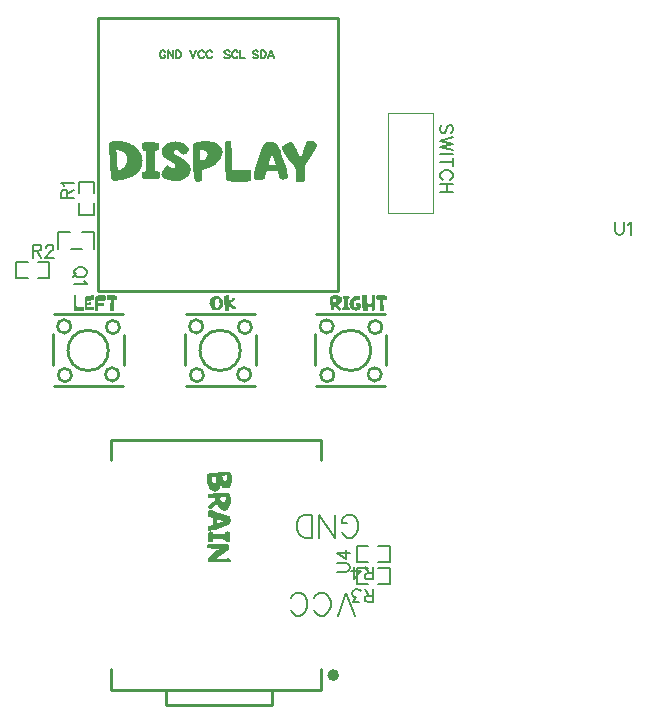
<source format=gto>
G04 Layer: TopSilkscreenLayer*
G04 EasyEDA v6.5.54, 2026-02-22 20:23:12*
G04 8aabf25695d44ce6b75903a6ff613cb9,b016eb778fe0479d964383eb0b581ccc,10*
G04 Gerber Generator version 0.2*
G04 Scale: 100 percent, Rotated: No, Reflected: No *
G04 Dimensions in millimeters *
G04 leading zeros omitted , absolute positions ,4 integer and 5 decimal *
%FSLAX45Y45*%
%MOMM*%

%ADD10C,0.2032*%
%ADD11C,0.1524*%
%ADD12C,0.2540*%
%ADD13C,0.1000*%
%ADD14C,0.5000*%
%ADD15C,0.0120*%

%LPD*%
G36*
X9861296Y6749542D02*
G01*
X9841839Y6749288D01*
X9820554Y6748475D01*
X9797389Y6747103D01*
X9772396Y6745224D01*
X9741509Y6742531D01*
X9717887Y6739788D01*
X9708794Y6738467D01*
X9700260Y6736892D01*
X9697720Y6736130D01*
X9695383Y6734860D01*
X9694468Y6733997D01*
X9693148Y6731762D01*
X9691928Y6727444D01*
X9691065Y6723075D01*
X9690654Y6719824D01*
X9821164Y6719824D01*
X9863074Y6721602D01*
X9863582Y6710172D01*
X9862413Y6695338D01*
X9859010Y6685280D01*
X9856622Y6681825D01*
X9853980Y6679387D01*
X9851136Y6677914D01*
X9848088Y6677406D01*
X9843922Y6678117D01*
X9839756Y6680250D01*
X9835642Y6683857D01*
X9831578Y6688836D01*
X9824923Y6702298D01*
X9821164Y6719824D01*
X9690654Y6719824D01*
X9690354Y6714236D01*
X9690784Y6702552D01*
X9733026Y6702552D01*
X9733280Y6709664D01*
X9749282Y6710172D01*
X9768078Y6711188D01*
X9769195Y6698792D01*
X9769602Y6688074D01*
X9768586Y6672275D01*
X9765538Y6661403D01*
X9763404Y6657848D01*
X9761118Y6655308D01*
X9758578Y6653784D01*
X9755886Y6653275D01*
X9753346Y6653682D01*
X9750755Y6654850D01*
X9748113Y6656831D01*
X9745472Y6659625D01*
X9742932Y6662978D01*
X9740595Y6666992D01*
X9738461Y6671614D01*
X9736582Y6676898D01*
X9733940Y6688886D01*
X9733026Y6702552D01*
X9690784Y6702552D01*
X9692182Y6686042D01*
X9693402Y6676542D01*
X9694926Y6666992D01*
X9696856Y6657543D01*
X9699294Y6648196D01*
X9702292Y6639001D01*
X9705848Y6629908D01*
X9711131Y6619087D01*
X9716922Y6609638D01*
X9723069Y6601663D01*
X9729724Y6595109D01*
X9743694Y6586321D01*
X9758172Y6583425D01*
X9773513Y6586931D01*
X9788144Y6597396D01*
X9794748Y6605270D01*
X9800590Y6614922D01*
X9805670Y6626352D01*
X9809988Y6639559D01*
X9821062Y6627469D01*
X9832543Y6618782D01*
X9844328Y6613601D01*
X9856470Y6611874D01*
X9860635Y6612077D01*
X9864750Y6612636D01*
X9868763Y6613601D01*
X9872726Y6614922D01*
X9876536Y6616649D01*
X9880092Y6618782D01*
X9883394Y6621373D01*
X9886442Y6624320D01*
X9889998Y6628638D01*
X9892995Y6633260D01*
X9895433Y6638188D01*
X9897364Y6643370D01*
X9899802Y6653225D01*
X9901529Y6664452D01*
X9902596Y6677101D01*
X9902952Y6691122D01*
X9902545Y6707581D01*
X9901377Y6721246D01*
X9899446Y6732168D01*
X9896754Y6740245D01*
X9893249Y6745528D01*
X9888982Y6748018D01*
X9877348Y6749186D01*
G37*
G36*
X9848342Y6574790D02*
G01*
X9826548Y6574485D01*
X9803079Y6573570D01*
X9777984Y6571996D01*
X9753396Y6570014D01*
X9731451Y6567830D01*
X9712198Y6565392D01*
X9707524Y6564071D01*
X9705695Y6563004D01*
X9704882Y6562293D01*
X9703816Y6560312D01*
X9702292Y6554368D01*
X9701885Y6551269D01*
X9701834Y6545681D01*
X9702342Y6540906D01*
X9702800Y6538468D01*
X9704313Y6534150D01*
X9799828Y6534150D01*
X9810597Y6535521D01*
X9823196Y6536690D01*
X9835946Y6537452D01*
X9847326Y6537706D01*
X9853422Y6537452D01*
X9850272Y6519570D01*
X9845294Y6506972D01*
X9842144Y6502755D01*
X9838791Y6499758D01*
X9835286Y6497929D01*
X9831578Y6497320D01*
X9827463Y6497929D01*
X9823297Y6499758D01*
X9819081Y6502755D01*
X9814814Y6506972D01*
X9806889Y6518605D01*
X9799828Y6534150D01*
X9704313Y6534150D01*
X9705441Y6532067D01*
X9707880Y6528765D01*
X9709404Y6527698D01*
X9711182Y6526987D01*
X9713214Y6526784D01*
X9722866Y6526885D01*
X9734194Y6527495D01*
X9744202Y6528409D01*
X9757410Y6529070D01*
X9759340Y6520281D01*
X9761474Y6511798D01*
X9745827Y6500164D01*
X9729978Y6487668D01*
X9715703Y6475425D01*
X9704832Y6465062D01*
X9701784Y6460998D01*
X9701022Y6458762D01*
X9700768Y6456172D01*
X9701072Y6453479D01*
X9701784Y6450990D01*
X9702850Y6448653D01*
X9706000Y6444538D01*
X9714230Y6436360D01*
X9717024Y6434836D01*
X9719818Y6434328D01*
X9723323Y6434836D01*
X9726676Y6436360D01*
X9745370Y6450584D01*
X9775952Y6475476D01*
X9783216Y6463436D01*
X9790988Y6452870D01*
X9799320Y6443878D01*
X9808210Y6436360D01*
X9817201Y6430568D01*
X9826040Y6426454D01*
X9834829Y6423964D01*
X9843516Y6423152D01*
X9860737Y6427165D01*
X9873742Y6436614D01*
X9882987Y6450634D01*
X9888982Y6468364D01*
X9890861Y6478168D01*
X9892233Y6488379D01*
X9893046Y6498894D01*
X9893300Y6509766D01*
X9893046Y6522212D01*
X9892284Y6533845D01*
X9891014Y6544665D01*
X9889236Y6554724D01*
X9888423Y6558178D01*
X9887254Y6561531D01*
X9885781Y6564680D01*
X9883902Y6567678D01*
X9881717Y6570167D01*
X9879126Y6572046D01*
X9876231Y6573367D01*
X9872980Y6574028D01*
X9861499Y6574586D01*
G37*
G36*
X9716008Y6427470D02*
G01*
X9711893Y6427165D01*
X9708540Y6426200D01*
X9705797Y6424625D01*
X9703816Y6422390D01*
X9702495Y6419240D01*
X9701530Y6414922D01*
X9700971Y6409334D01*
X9700768Y6402578D01*
X9700869Y6395059D01*
X9701580Y6384391D01*
X9702342Y6378803D01*
X9703003Y6375806D01*
X9704019Y6374434D01*
X9705594Y6373368D01*
X9708134Y6372098D01*
X9716058Y6369558D01*
X9734346Y6364884D01*
X9744202Y6361430D01*
X9744249Y6352286D01*
X9774174Y6352286D01*
X9803079Y6343853D01*
X9832340Y6335776D01*
X9818522Y6330137D01*
X9804603Y6324955D01*
X9790480Y6320231D01*
X9776206Y6315964D01*
X9775952Y6325565D01*
X9774326Y6347968D01*
X9774174Y6352286D01*
X9744249Y6352286D01*
X9745218Y6306058D01*
X9735820Y6303365D01*
X9711436Y6297168D01*
X9703816Y6291072D01*
X9701276Y6278372D01*
X9704425Y6260846D01*
X9712452Y6254496D01*
X9721240Y6255054D01*
X9732314Y6256731D01*
X9745726Y6259474D01*
X9761474Y6263386D01*
X9783927Y6269685D01*
X9805974Y6276492D01*
X9827514Y6283706D01*
X9842449Y6289090D01*
X9854996Y6294069D01*
X9865207Y6298590D01*
X9872980Y6302756D01*
X9876790Y6305397D01*
X9880142Y6308140D01*
X9883038Y6311087D01*
X9885426Y6314186D01*
X9887305Y6317335D01*
X9888829Y6320688D01*
X9890099Y6324193D01*
X9891014Y6327902D01*
X9892131Y6336131D01*
X9892538Y6345174D01*
X9892233Y6352286D01*
X9891268Y6359398D01*
X9890353Y6362852D01*
X9889083Y6366154D01*
X9887559Y6369202D01*
X9885680Y6372098D01*
X9883394Y6374739D01*
X9880650Y6377127D01*
X9877450Y6379210D01*
X9873742Y6380988D01*
X9850831Y6389776D01*
X9825786Y6398615D01*
X9798558Y6407404D01*
X9771075Y6415481D01*
X9757968Y6418986D01*
X9732975Y6424828D01*
X9721088Y6427216D01*
G37*
G36*
X9726168Y6247892D02*
G01*
X9722358Y6247688D01*
X9718548Y6247130D01*
X9714738Y6246164D01*
X9710928Y6244844D01*
X9709200Y6243828D01*
X9707727Y6242558D01*
X9706660Y6241034D01*
X9705848Y6239256D01*
X9704882Y6235242D01*
X9704222Y6219545D01*
X9704070Y6204966D01*
X9704425Y6168034D01*
X9705187Y6163818D01*
X9705848Y6161786D01*
X9708032Y6158331D01*
X9711893Y6155893D01*
X9717328Y6154420D01*
X9724390Y6153912D01*
X9727692Y6154064D01*
X9730943Y6154623D01*
X9734143Y6155486D01*
X9737344Y6156706D01*
X9738969Y6157722D01*
X9740290Y6158992D01*
X9741255Y6160516D01*
X9742373Y6164224D01*
X9742881Y6168288D01*
X9742932Y6182106D01*
X9760508Y6181801D01*
X9778238Y6180836D01*
X9794697Y6180531D01*
X9817608Y6179159D01*
X9840163Y6178854D01*
X9848088Y6178296D01*
X9848850Y6172708D01*
X9849104Y6168796D01*
X9849866Y6165088D01*
X9850628Y6163462D01*
X9851694Y6162090D01*
X9853066Y6161024D01*
X9854692Y6160262D01*
X9859010Y6159246D01*
X9863378Y6158534D01*
X9872218Y6157976D01*
X9881362Y6158484D01*
X9883140Y6159042D01*
X9884714Y6159957D01*
X9886086Y6161176D01*
X9887204Y6162802D01*
X9888626Y6167628D01*
X9889693Y6175959D01*
X9890302Y6187795D01*
X9890506Y6203188D01*
X9890201Y6225387D01*
X9888982Y6239510D01*
X9888372Y6241186D01*
X9887102Y6242608D01*
X9885070Y6243828D01*
X9882378Y6244844D01*
X9875977Y6246368D01*
X9868916Y6246876D01*
X9864293Y6246672D01*
X9860076Y6246114D01*
X9856317Y6245148D01*
X9852914Y6243828D01*
X9850120Y6241897D01*
X9848088Y6239510D01*
X9846818Y6236614D01*
X9846310Y6233160D01*
X9846564Y6223508D01*
X9819132Y6224473D01*
X9791700Y6224778D01*
X9749028Y6224524D01*
X9743186Y6224270D01*
X9742220Y6235547D01*
X9741408Y6240272D01*
X9740544Y6242354D01*
X9739325Y6244082D01*
X9737648Y6245402D01*
X9735566Y6246368D01*
X9730943Y6247536D01*
G37*
G36*
X9828784Y6144768D02*
G01*
X9807397Y6144564D01*
X9784638Y6143853D01*
X9760458Y6142736D01*
X9743135Y6141567D01*
X9715855Y6139027D01*
X9704476Y6137402D01*
X9700514Y6136386D01*
X9698228Y6135065D01*
X9696450Y6133084D01*
X9695027Y6130137D01*
X9693960Y6127140D01*
X9693351Y6124041D01*
X9693148Y6120892D01*
X9693503Y6115558D01*
X9694570Y6111290D01*
X9696297Y6108090D01*
X9698736Y6105906D01*
X9704171Y6104432D01*
X9715195Y6103213D01*
X9731756Y6102400D01*
X9765538Y6101638D01*
X9788906Y6100622D01*
X9800590Y6099810D01*
X9789414Y6093561D01*
X9777476Y6086195D01*
X9764776Y6077813D01*
X9751314Y6068314D01*
X9738004Y6058509D01*
X9726015Y6048857D01*
X9715398Y6039459D01*
X9706102Y6030214D01*
X9702647Y6025438D01*
X9700209Y6020460D01*
X9698736Y6015278D01*
X9698228Y6009894D01*
X9698532Y6005931D01*
X9699447Y6002070D01*
X9700920Y5998413D01*
X9703054Y5994908D01*
X9704933Y5993028D01*
X9707067Y5991504D01*
X9709404Y5990234D01*
X9711944Y5989320D01*
X9717074Y5988354D01*
X9722358Y5988050D01*
X9743998Y5987491D01*
X9765792Y5987288D01*
X9803130Y5987542D01*
X9821164Y5987338D01*
X9848799Y5986424D01*
X9870135Y5986068D01*
X9883292Y5986068D01*
X9887458Y5986526D01*
X9888982Y5987034D01*
X9890302Y5987796D01*
X9891420Y5988812D01*
X9892284Y5990082D01*
X9893452Y5994755D01*
X9893808Y5999734D01*
X9893249Y6006693D01*
X9891572Y6012027D01*
X9888829Y6015837D01*
X9884918Y6018022D01*
X9880041Y6019139D01*
X9875012Y6019546D01*
X9834168Y6018022D01*
X9809226Y6017564D01*
X9782048Y6017564D01*
X9767316Y6017768D01*
X9806228Y6042304D01*
X9864090Y6079744D01*
X9868712Y6082995D01*
X9872980Y6086602D01*
X9874859Y6088735D01*
X9876485Y6091123D01*
X9877806Y6093714D01*
X9878822Y6096508D01*
X9879990Y6102400D01*
X9880346Y6108446D01*
X9880193Y6113272D01*
X9879736Y6118047D01*
X9878923Y6122771D01*
X9877806Y6127496D01*
X9875875Y6133185D01*
X9873183Y6137656D01*
X9869678Y6140805D01*
X9865360Y6142736D01*
X9850526Y6144260D01*
G37*
G36*
X10555224Y9555988D02*
G01*
X10552074Y9555734D01*
X10549026Y9554972D01*
X10545978Y9553702D01*
X10543032Y9551924D01*
X10538714Y9547047D01*
X10534904Y9541510D01*
X10528452Y9528352D01*
X10521696Y9510776D01*
X10507726Y9468866D01*
X10503560Y9455302D01*
X10495483Y9431629D01*
X10491571Y9421571D01*
X10487812Y9412630D01*
X10484104Y9404858D01*
X10478668Y9414662D01*
X10467848Y9436354D01*
X10462412Y9448190D01*
X10444632Y9490202D01*
X10438384Y9504172D01*
X10432796Y9515906D01*
X10427868Y9525406D01*
X10423652Y9532670D01*
X10420096Y9537700D01*
X10416641Y9540951D01*
X10412730Y9543389D01*
X10408310Y9545015D01*
X10403332Y9545828D01*
X10391190Y9543999D01*
X10377678Y9538462D01*
X10364012Y9531248D01*
X10341864Y9518142D01*
X10335717Y9514281D01*
X10329926Y9509760D01*
X10327386Y9507169D01*
X10325557Y9504222D01*
X10324439Y9500971D01*
X10324084Y9497314D01*
X10325608Y9490862D01*
X10328503Y9483293D01*
X10332770Y9474504D01*
X10338409Y9464598D01*
X10345420Y9453473D01*
X10353802Y9441180D01*
X10381640Y9403130D01*
X10431526Y9337852D01*
X10439349Y9327235D01*
X10445242Y9318752D01*
X10445038Y9286036D01*
X10444124Y9252305D01*
X10443972Y9234678D01*
X10444226Y9218930D01*
X10444530Y9216745D01*
X10445242Y9214713D01*
X10446308Y9212935D01*
X10447782Y9211310D01*
X10449610Y9209887D01*
X10453522Y9207754D01*
X10455656Y9206992D01*
X10468356Y9204502D01*
X10481056Y9203690D01*
X10489488Y9204096D01*
X10498582Y9205214D01*
X10503255Y9206280D01*
X10507522Y9207703D01*
X10511485Y9209430D01*
X10515092Y9211564D01*
X10518089Y9214053D01*
X10520222Y9216948D01*
X10521543Y9220301D01*
X10521950Y9224772D01*
X10520984Y9247530D01*
X10520375Y9270847D01*
X10520172Y9294622D01*
X10520426Y9316110D01*
X10521188Y9334754D01*
X10526623Y9345218D01*
X10532770Y9356445D01*
X10547248Y9381286D01*
X10578896Y9431832D01*
X10592155Y9453778D01*
X10604500Y9474962D01*
X10612374Y9489694D01*
X10618266Y9502648D01*
X10622178Y9513824D01*
X10624058Y9523222D01*
X10622381Y9531197D01*
X10617352Y9538208D01*
X10608919Y9544151D01*
X10597134Y9549130D01*
X10586872Y9551924D01*
X10576509Y9554006D01*
X10565942Y9555378D01*
G37*
G36*
X9872726Y9555734D02*
G01*
X9865004Y9555226D01*
X9861194Y9554616D01*
X9857486Y9553702D01*
X9855047Y9552533D01*
X9853015Y9550958D01*
X9851491Y9549079D01*
X9850374Y9546844D01*
X9848900Y9542018D01*
X9848088Y9537192D01*
X9846513Y9513570D01*
X9845395Y9488728D01*
X9844735Y9462668D01*
X9844532Y9435338D01*
X9844684Y9409430D01*
X9845141Y9383725D01*
X9845903Y9358325D01*
X9846919Y9333179D01*
X9848291Y9308287D01*
X9849967Y9283700D01*
X9851898Y9259316D01*
X9852761Y9245650D01*
X9855454Y9230614D01*
X9857536Y9224314D01*
X9860381Y9219387D01*
X9864140Y9215780D01*
X9868662Y9213596D01*
X9878161Y9212173D01*
X9888829Y9210903D01*
X9913620Y9209024D01*
X9942931Y9207855D01*
X9976866Y9207500D01*
X10004044Y9207804D01*
X10028326Y9208617D01*
X10049764Y9210040D01*
X10054894Y9211310D01*
X10059111Y9213545D01*
X10062362Y9216745D01*
X10064750Y9220962D01*
X10066528Y9225686D01*
X10067798Y9230410D01*
X10068560Y9235186D01*
X10068814Y9240012D01*
X10068814Y9256014D01*
X10068458Y9267393D01*
X10067493Y9278670D01*
X10065816Y9289897D01*
X10063480Y9300972D01*
X10061397Y9305086D01*
X10057892Y9308033D01*
X10053015Y9309760D01*
X10046716Y9310370D01*
X10015626Y9309252D01*
X9985248Y9307322D01*
X9954361Y9305645D01*
X9926675Y9304629D01*
X9902190Y9304274D01*
X9901326Y9325152D01*
X9900818Y9348063D01*
X9900666Y9373108D01*
X9900869Y9447326D01*
X9900615Y9473082D01*
X9899192Y9523171D01*
X9898430Y9538106D01*
X9897414Y9543440D01*
X9896602Y9546082D01*
X9895484Y9548520D01*
X9893808Y9550603D01*
X9891674Y9552228D01*
X9888982Y9553448D01*
X9884918Y9554464D01*
X9880854Y9555175D01*
G37*
G36*
X8936736Y9552432D02*
G01*
X8922461Y9552127D01*
X8907526Y9551162D01*
X8899144Y9550146D01*
X8882634Y9547606D01*
X8871204Y9542526D01*
X8864549Y9531705D01*
X8862314Y9512046D01*
X8863962Y9473946D01*
X8929370Y9473946D01*
X8943492Y9473285D01*
X8956497Y9471253D01*
X8968282Y9467951D01*
X8978900Y9463278D01*
X8988298Y9457639D01*
X8996476Y9451187D01*
X9003436Y9443923D01*
X9009126Y9435846D01*
X9013444Y9427057D01*
X9016542Y9418015D01*
X9018422Y9408668D01*
X9019032Y9399016D01*
X9017812Y9385350D01*
X9014155Y9371787D01*
X9008008Y9358274D01*
X8999474Y9344914D01*
X8992311Y9336278D01*
X8983980Y9328302D01*
X8974531Y9320987D01*
X8963914Y9314332D01*
X8952179Y9308338D01*
X8939276Y9303004D01*
X8936431Y9327540D01*
X8934043Y9351721D01*
X8932113Y9375444D01*
X8929065Y9423146D01*
X8927033Y9448190D01*
X8924544Y9473946D01*
X8863962Y9473946D01*
X8867698Y9400387D01*
X8871051Y9350603D01*
X8873032Y9326016D01*
X8877198Y9282785D01*
X8879281Y9266326D01*
X8881567Y9252458D01*
X8883954Y9241129D01*
X8886545Y9232290D01*
X8889238Y9226042D01*
X8891574Y9223400D01*
X8894165Y9221266D01*
X8897162Y9219692D01*
X8900414Y9218676D01*
X8907322Y9217355D01*
X8910828Y9216999D01*
X8917940Y9216898D01*
X8933027Y9218218D01*
X8948369Y9220047D01*
X8963914Y9222536D01*
X8979662Y9225534D01*
X8990177Y9227870D01*
X9000591Y9230563D01*
X9010904Y9233509D01*
X9021114Y9236811D01*
X9031173Y9240418D01*
X9041130Y9244330D01*
X9055608Y9250832D01*
X9069374Y9258147D01*
X9082430Y9266326D01*
X9094724Y9275318D01*
X9106154Y9285224D01*
X9116314Y9296095D01*
X9125204Y9307931D01*
X9132824Y9320784D01*
X9137192Y9329928D01*
X9140748Y9339529D01*
X9143492Y9349689D01*
X9145473Y9360306D01*
X9146641Y9371431D01*
X9147048Y9388094D01*
X9146336Y9398508D01*
X9144863Y9408820D01*
X9142679Y9419031D01*
X9139732Y9429089D01*
X9136024Y9438995D01*
X9131554Y9448800D01*
X9126321Y9458350D01*
X9120378Y9467646D01*
X9113774Y9476536D01*
X9106509Y9485172D01*
X9098534Y9493402D01*
X9089898Y9501378D01*
X9080550Y9508998D01*
X9070543Y9516008D01*
X9059926Y9522510D01*
X9048699Y9528454D01*
X9036862Y9533890D01*
X9024366Y9538716D01*
X9014561Y9541916D01*
X9004401Y9544710D01*
X8993936Y9547098D01*
X8983167Y9548977D01*
X8972042Y9550501D01*
X8960612Y9551568D01*
X8948826Y9552228D01*
G37*
G36*
X9687052Y9550146D02*
G01*
X9667544Y9549892D01*
X9649917Y9549130D01*
X9634220Y9547910D01*
X9620402Y9546132D01*
X9608413Y9543897D01*
X9598355Y9541154D01*
X9590227Y9537903D01*
X9583928Y9534144D01*
X9579610Y9530232D01*
X9576358Y9525660D01*
X9574174Y9520326D01*
X9573006Y9514332D01*
X9572244Y9493758D01*
X9571998Y9468612D01*
X9633712Y9468612D01*
X9633966Y9479534D01*
X9650120Y9477095D01*
X9663938Y9473793D01*
X9675469Y9469729D01*
X9684766Y9464802D01*
X9696958Y9453168D01*
X9701022Y9440164D01*
X9697008Y9425381D01*
X9685020Y9410446D01*
X9676079Y9403029D01*
X9665512Y9396069D01*
X9653371Y9389567D01*
X9639554Y9383522D01*
X9637217Y9402521D01*
X9635236Y9424924D01*
X9634118Y9448038D01*
X9633712Y9468612D01*
X9571998Y9468612D01*
X9572193Y9447479D01*
X9572701Y9423247D01*
X9573615Y9398000D01*
X9576562Y9344406D01*
X9578441Y9317380D01*
X9582708Y9268409D01*
X9584994Y9246362D01*
X9587484Y9226042D01*
X9588652Y9221368D01*
X9589820Y9217660D01*
X9591446Y9214256D01*
X9592614Y9212834D01*
X9594088Y9211665D01*
X9595866Y9210802D01*
X9600844Y9209379D01*
X9605924Y9208312D01*
X9611004Y9207703D01*
X9616186Y9207500D01*
X9623958Y9207957D01*
X9631934Y9209278D01*
X9635947Y9210344D01*
X9639604Y9211767D01*
X9642957Y9213494D01*
X9645904Y9215628D01*
X9648444Y9218015D01*
X9650272Y9220809D01*
X9651390Y9224111D01*
X9651746Y9227820D01*
X9651593Y9245447D01*
X9651238Y9255506D01*
X9650628Y9265513D01*
X9649714Y9275572D01*
X9648647Y9291523D01*
X9647936Y9307322D01*
X9661956Y9310624D01*
X9675418Y9314332D01*
X9688322Y9318396D01*
X9700615Y9322866D01*
X9712452Y9327743D01*
X9723678Y9332976D01*
X9734346Y9338614D01*
X9744456Y9344660D01*
X9757054Y9353143D01*
X9768586Y9361982D01*
X9779050Y9371126D01*
X9788499Y9380677D01*
X9796830Y9390532D01*
X9804146Y9400794D01*
X9810343Y9411106D01*
X9815423Y9421317D01*
X9819386Y9431528D01*
X9822230Y9441637D01*
X9823907Y9451746D01*
X9824466Y9461754D01*
X9823602Y9473336D01*
X9821113Y9484410D01*
X9816896Y9495028D01*
X9811004Y9505188D01*
X9803231Y9514636D01*
X9793732Y9523069D01*
X9782403Y9530638D01*
X9769348Y9537192D01*
X9759594Y9540951D01*
X9748977Y9544050D01*
X9737547Y9546539D01*
X9725202Y9548368D01*
X9712045Y9549587D01*
X9697974Y9550146D01*
G37*
G36*
X9426448Y9549130D02*
G01*
X9411817Y9548469D01*
X9397593Y9546488D01*
X9383877Y9543135D01*
X9370568Y9538462D01*
X9358071Y9532569D01*
X9346844Y9525660D01*
X9336735Y9517583D01*
X9327896Y9508490D01*
X9320682Y9498431D01*
X9315500Y9487560D01*
X9312402Y9475825D01*
X9311386Y9463278D01*
X9311589Y9458350D01*
X9312148Y9453118D01*
X9314281Y9442958D01*
X9317278Y9433814D01*
X9321241Y9425686D01*
X9326118Y9418574D01*
X9337751Y9406483D01*
X9351264Y9396730D01*
X9365640Y9388906D01*
X9385808Y9379712D01*
X9396374Y9374479D01*
X9405772Y9369196D01*
X9409836Y9366300D01*
X9413392Y9363202D01*
X9416542Y9359900D01*
X9419082Y9356242D01*
X9420910Y9352178D01*
X9422028Y9347606D01*
X9422384Y9342628D01*
X9422130Y9338919D01*
X9421317Y9335465D01*
X9419945Y9332214D01*
X9418066Y9329166D01*
X9415576Y9326626D01*
X9412427Y9324797D01*
X9408566Y9323679D01*
X9404096Y9323324D01*
X9395714Y9324644D01*
X9386366Y9328607D01*
X9376054Y9335160D01*
X9363557Y9345422D01*
X9362236Y9346133D01*
X9360865Y9346539D01*
X9359392Y9346692D01*
X9349536Y9343339D01*
X9337802Y9333230D01*
X9331756Y9326321D01*
X9326067Y9318904D01*
X9320682Y9310827D01*
X9315704Y9302242D01*
X9308642Y9285681D01*
X9306306Y9271000D01*
X9306407Y9268307D01*
X9307322Y9263329D01*
X9308084Y9261094D01*
X9313570Y9253016D01*
X9320479Y9245803D01*
X9328708Y9239402D01*
X9338310Y9233916D01*
X9348724Y9229090D01*
X9359595Y9225026D01*
X9370923Y9221724D01*
X9382760Y9219184D01*
X9394545Y9217202D01*
X9405874Y9215729D01*
X9416643Y9214916D01*
X9426956Y9214612D01*
X9439402Y9215018D01*
X9451390Y9216237D01*
X9462820Y9218320D01*
X9473793Y9221165D01*
X9484258Y9224822D01*
X9494266Y9229344D01*
X9507931Y9237116D01*
X9520072Y9246057D01*
X9530537Y9256064D01*
X9539478Y9267190D01*
X9546488Y9278874D01*
X9551466Y9290862D01*
X9554464Y9303156D01*
X9555480Y9315704D01*
X9554667Y9326321D01*
X9552279Y9336836D01*
X9548317Y9347301D01*
X9542780Y9357614D01*
X9535414Y9367469D01*
X9526219Y9376714D01*
X9515195Y9385401D01*
X9502394Y9393428D01*
X9444024Y9425990D01*
X9434068Y9431274D01*
X9428937Y9434322D01*
X9424568Y9437573D01*
X9420809Y9441027D01*
X9417812Y9444736D01*
X9415475Y9448647D01*
X9413798Y9452406D01*
X9412833Y9456115D01*
X9412478Y9459722D01*
X9412833Y9463379D01*
X9413900Y9466783D01*
X9415627Y9469882D01*
X9418066Y9472676D01*
X9421368Y9475012D01*
X9425381Y9476689D01*
X9430105Y9477654D01*
X9435592Y9478010D01*
X9441738Y9476994D01*
X9448647Y9473844D01*
X9456369Y9468662D01*
X9464852Y9461398D01*
X9474098Y9452102D01*
X9484106Y9440672D01*
X9485731Y9439351D01*
X9487458Y9438386D01*
X9489389Y9437827D01*
X9491472Y9437624D01*
X9495840Y9438132D01*
X9500565Y9439656D01*
X9505594Y9442196D01*
X9511030Y9445752D01*
X9521545Y9454642D01*
X9530842Y9465056D01*
X9534499Y9470542D01*
X9537141Y9475825D01*
X9538716Y9480956D01*
X9539224Y9485884D01*
X9538919Y9488881D01*
X9538106Y9491726D01*
X9536633Y9494469D01*
X9527641Y9505696D01*
X9520123Y9513519D01*
X9512147Y9520529D01*
X9503714Y9526727D01*
X9494774Y9532112D01*
X9485376Y9536684D01*
X9470847Y9542119D01*
X9456166Y9546031D01*
X9441383Y9548368D01*
G37*
G36*
X10225532Y9544812D02*
G01*
X10219537Y9544659D01*
X10213594Y9544253D01*
X10207650Y9543542D01*
X10201656Y9542526D01*
X10195966Y9541103D01*
X10190581Y9539071D01*
X10185552Y9536531D01*
X10180828Y9533382D01*
X10172293Y9525000D01*
X10165588Y9513570D01*
X10156952Y9491065D01*
X10148214Y9467291D01*
X10139476Y9442196D01*
X10130739Y9415780D01*
X10121900Y9388094D01*
X10109954Y9347708D01*
X10213594Y9347708D01*
X10220756Y9371685D01*
X10234472Y9420047D01*
X10241026Y9444482D01*
X10250525Y9421469D01*
X10259161Y9398203D01*
X10267035Y9374632D01*
X10274046Y9350756D01*
X10258094Y9350400D01*
X10227868Y9348368D01*
X10213594Y9347708D01*
X10109954Y9347708D01*
X10099446Y9307728D01*
X10093604Y9282938D01*
X10088626Y9259062D01*
X10088118Y9250680D01*
X10088676Y9243923D01*
X10090302Y9238284D01*
X10092994Y9233865D01*
X10096754Y9230614D01*
X10109403Y9226397D01*
X10130028Y9225026D01*
X10142372Y9225280D01*
X10154412Y9226042D01*
X10165130Y9227159D01*
X10172954Y9228582D01*
X10175697Y9229801D01*
X10176814Y9230715D01*
X10178643Y9233306D01*
X10180828Y9237472D01*
X10184892Y9250730D01*
X10192766Y9281210D01*
X10198608Y9297924D01*
X10234676Y9298330D01*
X10254894Y9298889D01*
X10290810Y9299194D01*
X10295178Y9283649D01*
X10299192Y9267952D01*
X10302189Y9255302D01*
X10305542Y9242806D01*
X10309199Y9235592D01*
X10315651Y9230410D01*
X10324846Y9227312D01*
X10336784Y9226296D01*
X10353751Y9227820D01*
X10366044Y9231426D01*
X10373715Y9237116D01*
X10376662Y9244838D01*
X10376255Y9254083D01*
X10374985Y9265107D01*
X10372902Y9277858D01*
X10370007Y9292386D01*
X10366248Y9308642D01*
X10358628Y9337852D01*
X10352379Y9360204D01*
X10338968Y9404197D01*
X10331805Y9425838D01*
X10322052Y9453626D01*
X10316260Y9468866D01*
X10310723Y9482378D01*
X10305592Y9494164D01*
X10300716Y9504222D01*
X10296144Y9512554D01*
X10287254Y9524238D01*
X10277348Y9532874D01*
X10266375Y9538868D01*
X10254234Y9542526D01*
X10240568Y9544253D01*
G37*
G36*
X9214358Y9541510D02*
G01*
X9193530Y9541408D01*
X9177223Y9541002D01*
X9165437Y9540392D01*
X9153652Y9538970D01*
X9151010Y9537903D01*
X9148622Y9535718D01*
X9146540Y9532467D01*
X9144762Y9528048D01*
X9143339Y9522815D01*
X9142272Y9517329D01*
X9141663Y9511538D01*
X9141460Y9505442D01*
X9142780Y9490760D01*
X9146794Y9478772D01*
X9149791Y9474200D01*
X9153702Y9470847D01*
X9158579Y9468713D01*
X9164320Y9467850D01*
X9180576Y9468358D01*
X9179560Y9445396D01*
X9178594Y9411004D01*
X9178290Y9364827D01*
X9178645Y9317380D01*
X9179052Y9296146D01*
X9174226Y9295485D01*
X9160510Y9294418D01*
X9156496Y9293758D01*
X9152636Y9292844D01*
X9149130Y9291574D01*
X9146286Y9289592D01*
X9144050Y9286900D01*
X9142476Y9283446D01*
X9141358Y9279585D01*
X9140545Y9275673D01*
X9140088Y9271711D01*
X9139936Y9267698D01*
X9141206Y9254794D01*
X9145016Y9242044D01*
X9146641Y9239148D01*
X9148673Y9236760D01*
X9151213Y9234932D01*
X9154160Y9233662D01*
X9157512Y9232747D01*
X9164472Y9231630D01*
X9176816Y9231172D01*
X9198406Y9230918D01*
X9269476Y9231122D01*
X9272930Y9231274D01*
X9276384Y9231833D01*
X9279890Y9232696D01*
X9283446Y9233916D01*
X9289135Y9237573D01*
X9293148Y9243872D01*
X9295587Y9252915D01*
X9296400Y9264650D01*
X9296095Y9270187D01*
X9295231Y9275622D01*
X9293809Y9281007D01*
X9291828Y9286240D01*
X9290100Y9288983D01*
X9287967Y9291218D01*
X9285376Y9292793D01*
X9282430Y9293860D01*
X9276029Y9295180D01*
X9272574Y9295536D01*
X9268968Y9295638D01*
X9255252Y9295384D01*
X9249410Y9295638D01*
X9249968Y9324898D01*
X9250680Y9339580D01*
X9251696Y9354312D01*
X9251797Y9368586D01*
X9252712Y9394240D01*
X9254439Y9420098D01*
X9254998Y9457436D01*
X9255760Y9470644D01*
X9260179Y9471456D01*
X9271711Y9472523D01*
X9277858Y9473946D01*
X9280550Y9475114D01*
X9282734Y9476790D01*
X9284462Y9479026D01*
X9285732Y9481820D01*
X9288780Y9496348D01*
X9289796Y9511030D01*
X9289542Y9518802D01*
X9288780Y9526270D01*
X9287865Y9529267D01*
X9286341Y9531858D01*
X9284309Y9534093D01*
X9281668Y9535922D01*
X9276892Y9537649D01*
X9269577Y9539020D01*
X9259620Y9540138D01*
X9247124Y9540900D01*
X9232036Y9541357D01*
G37*
G36*
X8576310Y8249412D02*
G01*
X8573312Y8249208D01*
X8570468Y8248650D01*
X8568537Y8247583D01*
X8567420Y8245856D01*
X8566861Y8244027D01*
X8565540Y8222742D01*
X8565134Y8201406D01*
X8565489Y8177326D01*
X8566505Y8153755D01*
X8568486Y8125409D01*
X8569452Y8119364D01*
X8570264Y8116824D01*
X8571433Y8114842D01*
X8572906Y8113420D01*
X8574786Y8112506D01*
X8582812Y8111490D01*
X8592769Y8110778D01*
X8604554Y8110372D01*
X8618220Y8110220D01*
X8633968Y8110474D01*
X8647176Y8111236D01*
X8649258Y8111693D01*
X8650986Y8112556D01*
X8652306Y8113877D01*
X8653272Y8115553D01*
X8654440Y8119364D01*
X8654796Y8123174D01*
X8654643Y8134096D01*
X8654288Y8138617D01*
X8653678Y8143087D01*
X8652764Y8147558D01*
X8651849Y8149234D01*
X8650427Y8150402D01*
X8648446Y8151114D01*
X8645906Y8151368D01*
X8633561Y8150910D01*
X8603437Y8149132D01*
X8588248Y8148828D01*
X8587740Y8176514D01*
X8587689Y8211210D01*
X8587181Y8231428D01*
X8586673Y8242401D01*
X8586317Y8244586D01*
X8585504Y8246668D01*
X8583980Y8248192D01*
X8582914Y8248650D01*
X8579612Y8249208D01*
G37*
G36*
X8811260Y8248650D02*
G01*
X8794242Y8248142D01*
X8766708Y8245500D01*
X8761628Y8244636D01*
X8756243Y8243214D01*
X8753602Y8242300D01*
X8751874Y8241385D01*
X8750503Y8240115D01*
X8749436Y8238591D01*
X8748318Y8234680D01*
X8747658Y8230616D01*
X8746185Y8203539D01*
X8745829Y8191195D01*
X8745880Y8159089D01*
X8746439Y8143036D01*
X8747302Y8130387D01*
X8748572Y8121192D01*
X8750147Y8115401D01*
X8752078Y8113014D01*
X8754922Y8112455D01*
X8757920Y8112252D01*
X8761425Y8112455D01*
X8764778Y8113014D01*
X8765844Y8113471D01*
X8767368Y8114995D01*
X8767826Y8116062D01*
X8768384Y8120532D01*
X8768537Y8133638D01*
X8768080Y8150352D01*
X8768334Y8156956D01*
X8782050Y8157057D01*
X8802878Y8157667D01*
X8814308Y8157718D01*
X8817356Y8158225D01*
X8818676Y8158937D01*
X8819642Y8160003D01*
X8820962Y8164220D01*
X8821318Y8166404D01*
X8821420Y8168640D01*
X8821166Y8172196D01*
X8820454Y8175040D01*
X8819286Y8177174D01*
X8817610Y8178546D01*
X8815527Y8179358D01*
X8813292Y8179816D01*
X8797036Y8180781D01*
X8780780Y8181086D01*
X8767064Y8181594D01*
X8766556Y8194294D01*
X8766810Y8200136D01*
X8772398Y8200390D01*
X8787130Y8200136D01*
X8823960Y8198358D01*
X8826804Y8198612D01*
X8828989Y8199323D01*
X8830462Y8200491D01*
X8831326Y8202168D01*
X8832646Y8209737D01*
X8833612Y8218678D01*
X8834018Y8227771D01*
X8834018Y8238236D01*
X8833205Y8242147D01*
X8831326Y8245602D01*
X8830360Y8246516D01*
X8829243Y8247176D01*
X8826500Y8247888D01*
X8818880Y8248446D01*
G37*
G36*
X8725154Y8246364D02*
G01*
X8710320Y8245144D01*
X8699906Y8243824D01*
X8689492Y8242096D01*
X8670290Y8238185D01*
X8664194Y8235950D01*
X8661806Y8234222D01*
X8659926Y8231835D01*
X8658606Y8228736D01*
X8657844Y8225028D01*
X8657336Y8197342D01*
X8657691Y8174990D01*
X8658707Y8152638D01*
X8660638Y8127238D01*
X8661400Y8124698D01*
X8662822Y8122462D01*
X8664956Y8120888D01*
X8666226Y8120227D01*
X8667800Y8119719D01*
X8671814Y8119364D01*
X8727186Y8120430D01*
X8730234Y8120938D01*
X8733129Y8122005D01*
X8734247Y8122869D01*
X8735060Y8123936D01*
X8735568Y8125206D01*
X8736330Y8130184D01*
X8736584Y8135874D01*
X8736076Y8142731D01*
X8735364Y8145678D01*
X8734298Y8147812D01*
X8732723Y8149488D01*
X8730488Y8150352D01*
X8712454Y8151164D01*
X8689136Y8151317D01*
X8678164Y8151114D01*
X8677910Y8161020D01*
X8692642Y8161680D01*
X8704224Y8162544D01*
X8708136Y8163052D01*
X8708999Y8163356D01*
X8710371Y8164982D01*
X8711285Y8167827D01*
X8711641Y8171129D01*
X8711641Y8175345D01*
X8711133Y8179917D01*
X8710676Y8182102D01*
X8710015Y8183880D01*
X8709202Y8185150D01*
X8708339Y8185912D01*
X8707374Y8186166D01*
X8677656Y8185403D01*
X8677148Y8199628D01*
X8699703Y8201456D01*
X8722106Y8202930D01*
X8726932Y8202980D01*
X8730488Y8203438D01*
X8732469Y8204555D01*
X8733790Y8206486D01*
X8734704Y8209686D01*
X8735872Y8220760D01*
X8736076Y8227059D01*
X8735822Y8233714D01*
X8735110Y8238845D01*
X8733942Y8242604D01*
X8732266Y8244840D01*
X8729370Y8246008D01*
G37*
G36*
X8890508Y8246109D02*
G01*
X8864854Y8245856D01*
X8853271Y8245297D01*
X8850426Y8244890D01*
X8847734Y8243976D01*
X8846566Y8243316D01*
X8844686Y8241284D01*
X8843314Y8238286D01*
X8842502Y8234324D01*
X8842298Y8227110D01*
X8842654Y8222792D01*
X8843416Y8218678D01*
X8844788Y8214106D01*
X8845804Y8212531D01*
X8847378Y8211362D01*
X8849512Y8210651D01*
X8852154Y8210296D01*
X8877554Y8210042D01*
X8876030Y8194802D01*
X8873490Y8162544D01*
X8872524Y8146389D01*
X8872220Y8123428D01*
X8872474Y8120329D01*
X8873236Y8117078D01*
X8873794Y8115553D01*
X8874658Y8114233D01*
X8875826Y8113115D01*
X8877300Y8112252D01*
X8883142Y8110728D01*
X8886037Y8110321D01*
X8890762Y8110270D01*
X8899144Y8110728D01*
X8902242Y8111185D01*
X8904579Y8112048D01*
X8906306Y8113369D01*
X8907272Y8115046D01*
X8908034Y8120989D01*
X8908288Y8128762D01*
X8907830Y8143748D01*
X8904986Y8180070D01*
X8902192Y8210042D01*
X8928354Y8210550D01*
X8930995Y8211515D01*
X8932926Y8213394D01*
X8934043Y8216239D01*
X8934450Y8219948D01*
X8934297Y8231327D01*
X8933942Y8234476D01*
X8933281Y8237321D01*
X8932418Y8239759D01*
X8931249Y8241436D01*
X8929776Y8242757D01*
X8927947Y8243620D01*
X8925814Y8244078D01*
X8909862Y8245602D01*
G37*
G36*
X9870440Y8246364D02*
G01*
X9860788Y8245856D01*
X9844684Y8243570D01*
X9841738Y8242808D01*
X9840671Y8242147D01*
X9839147Y8240471D01*
X9838334Y8238337D01*
X9837978Y8235950D01*
X9838182Y8222996D01*
X9839706Y8184032D01*
X9841636Y8153450D01*
X9842754Y8141360D01*
X9843973Y8131302D01*
X9845294Y8123377D01*
X9846716Y8117586D01*
X9848240Y8113877D01*
X9849866Y8112252D01*
X9857994Y8111998D01*
X9863937Y8112099D01*
X9868966Y8112455D01*
X9873183Y8113014D01*
X9876536Y8113775D01*
X9878110Y8114741D01*
X9879330Y8116062D01*
X9880142Y8117890D01*
X9880600Y8119872D01*
X9880854Y8127492D01*
X9880752Y8136280D01*
X9879584Y8156448D01*
X9887966Y8150504D01*
X9896602Y8144814D01*
X9905492Y8139430D01*
X9915398Y8133842D01*
X9917938Y8132064D01*
X9922510Y8129524D01*
X9924999Y8128558D01*
X9927336Y8128253D01*
X9930130Y8128762D01*
X9931704Y8129625D01*
X9934244Y8131911D01*
X9936073Y8135010D01*
X9939020Y8141970D01*
X9939274Y8143240D01*
X9939070Y8145424D01*
X9938461Y8146897D01*
X9937394Y8148218D01*
X9931247Y8152587D01*
X9921595Y8158683D01*
X9903714Y8169503D01*
X9891268Y8178292D01*
X9905644Y8189061D01*
X9925253Y8203184D01*
X9932162Y8209280D01*
X9933279Y8211515D01*
X9933686Y8214106D01*
X9932924Y8218170D01*
X9931450Y8221776D01*
X9929266Y8224926D01*
X9926320Y8227568D01*
X9924999Y8228126D01*
X9923526Y8228330D01*
X9921290Y8228025D01*
X9919208Y8227059D01*
X9908489Y8220760D01*
X9903256Y8217306D01*
X9894163Y8210702D01*
X9881870Y8202675D01*
X9881108Y8212328D01*
X9880498Y8230057D01*
X9879838Y8239506D01*
X9879482Y8240826D01*
X9878060Y8243112D01*
X9875774Y8244992D01*
X9873234Y8246109D01*
X9871964Y8246364D01*
G37*
G36*
X9772142Y8239759D02*
G01*
X9766706Y8239506D01*
X9761372Y8238794D01*
X9756038Y8237626D01*
X9750806Y8235950D01*
X9745726Y8233816D01*
X9740900Y8231276D01*
X9736328Y8228228D01*
X9732010Y8224774D01*
X9728047Y8220760D01*
X9724491Y8216239D01*
X9721443Y8211362D01*
X9718802Y8205978D01*
X9714992Y8193735D01*
X9713722Y8179816D01*
X9713913Y8178292D01*
X9759188Y8178292D01*
X9759492Y8184642D01*
X9760102Y8190433D01*
X9761016Y8195665D01*
X9762236Y8200390D01*
X9763861Y8204555D01*
X9765741Y8208213D01*
X9767824Y8211312D01*
X9770110Y8213852D01*
X9772446Y8215833D01*
X9774783Y8217306D01*
X9777272Y8218119D01*
X9779762Y8218424D01*
X9782149Y8218170D01*
X9784537Y8217357D01*
X9786874Y8215985D01*
X9789160Y8214106D01*
X9791242Y8211667D01*
X9793122Y8208619D01*
X9794798Y8205063D01*
X9796272Y8200898D01*
X9797491Y8196173D01*
X9798354Y8190839D01*
X9798913Y8184997D01*
X9799066Y8178546D01*
X9798913Y8172348D01*
X9798354Y8166760D01*
X9797491Y8161680D01*
X9796272Y8157209D01*
X9794646Y8153146D01*
X9792868Y8149640D01*
X9790836Y8146694D01*
X9788652Y8144256D01*
X9786366Y8142478D01*
X9784029Y8141208D01*
X9781641Y8140446D01*
X9779254Y8140192D01*
X9776764Y8140446D01*
X9774326Y8141208D01*
X9771938Y8142478D01*
X9769602Y8144256D01*
X9767417Y8146694D01*
X9765487Y8149640D01*
X9763760Y8153146D01*
X9762236Y8157209D01*
X9760915Y8161680D01*
X9759950Y8166658D01*
X9759391Y8172196D01*
X9759188Y8178292D01*
X9713913Y8178292D01*
X9716109Y8160816D01*
X9722866Y8145525D01*
X9732365Y8134197D01*
X9744202Y8126222D01*
X9757613Y8121446D01*
X9771380Y8119872D01*
X9776917Y8120125D01*
X9782352Y8120837D01*
X9787737Y8122005D01*
X9792970Y8123681D01*
X9798050Y8125815D01*
X9802876Y8128457D01*
X9807448Y8131556D01*
X9811766Y8135112D01*
X9815728Y8139125D01*
X9819335Y8143646D01*
X9822484Y8148523D01*
X9825228Y8153908D01*
X9828834Y8166252D01*
X9830054Y8180324D01*
X9827818Y8198510D01*
X9821672Y8213344D01*
X9812070Y8224926D01*
X9800082Y8233156D01*
X9786518Y8238134D01*
G37*
G36*
X11103864Y8253475D02*
G01*
X11097514Y8252968D01*
X11095228Y8252968D01*
X11092586Y8252155D01*
X11090148Y8250681D01*
X11088624Y8248599D01*
X11088116Y8245856D01*
X11088370Y8206740D01*
X11088116Y8186064D01*
X11087354Y8177784D01*
X11062868Y8176158D01*
X11052302Y8175752D01*
X11051082Y8192008D01*
X11050016Y8226348D01*
X11048288Y8245805D01*
X11047374Y8248091D01*
X11046002Y8250072D01*
X11045037Y8250834D01*
X11042650Y8251698D01*
X11033353Y8251596D01*
X11023854Y8250986D01*
X11012424Y8249412D01*
X11009477Y8248091D01*
X11006836Y8246109D01*
X11005769Y8244687D01*
X11005058Y8243062D01*
X11004804Y8240014D01*
X11004905Y8225383D01*
X11005515Y8199272D01*
X11006582Y8174532D01*
X11008156Y8151215D01*
X11010188Y8129270D01*
X11011611Y8117636D01*
X11012373Y8115350D01*
X11012932Y8114284D01*
X11014710Y8112658D01*
X11016996Y8111744D01*
X11022330Y8111185D01*
X11029188Y8110981D01*
X11035741Y8111185D01*
X11042142Y8111744D01*
X11047831Y8112709D01*
X11050066Y8113318D01*
X11051794Y8114030D01*
X11053622Y8115553D01*
X11054232Y8116519D01*
X11054943Y8118754D01*
X11055299Y8120989D01*
X11054334Y8144256D01*
X11054588Y8148574D01*
X11064138Y8149031D01*
X11086592Y8150859D01*
X11085880Y8128406D01*
X11085830Y8120634D01*
X11086338Y8118195D01*
X11087354Y8116062D01*
X11088217Y8115046D01*
X11089182Y8114334D01*
X11090351Y8113928D01*
X11100562Y8113268D01*
X11104727Y8113522D01*
X11107877Y8114284D01*
X11109960Y8115553D01*
X11110976Y8117331D01*
X11112804Y8134096D01*
X11113719Y8145983D01*
X11114887Y8172754D01*
X11115294Y8203438D01*
X11114786Y8242553D01*
X11114532Y8247634D01*
X11114176Y8248954D01*
X11113516Y8250123D01*
X11112652Y8251088D01*
X11111484Y8251952D01*
X11107775Y8253120D01*
G37*
G36*
X11172698Y8246109D02*
G01*
X11147298Y8245856D01*
X11135512Y8245297D01*
X11132616Y8244890D01*
X11129924Y8243976D01*
X11128756Y8243316D01*
X11126978Y8241284D01*
X11125708Y8238286D01*
X11124946Y8234324D01*
X11124742Y8227110D01*
X11124996Y8222792D01*
X11125606Y8218678D01*
X11126978Y8214106D01*
X11128044Y8212531D01*
X11129670Y8211362D01*
X11131854Y8210651D01*
X11134598Y8210296D01*
X11159744Y8210042D01*
X11155680Y8162544D01*
X11154714Y8146389D01*
X11154410Y8131556D01*
X11154714Y8121903D01*
X11155070Y8118703D01*
X11155984Y8115553D01*
X11156899Y8114233D01*
X11158118Y8113115D01*
X11159744Y8112252D01*
X11165484Y8110728D01*
X11168430Y8110321D01*
X11173206Y8110270D01*
X11181334Y8110728D01*
X11184432Y8111185D01*
X11186769Y8112048D01*
X11188496Y8113369D01*
X11189462Y8115046D01*
X11190224Y8120989D01*
X11190478Y8128762D01*
X11190020Y8143748D01*
X11187176Y8180070D01*
X11184382Y8210042D01*
X11210544Y8210550D01*
X11213236Y8211515D01*
X11215116Y8213394D01*
X11216284Y8216239D01*
X11216640Y8219948D01*
X11216538Y8231327D01*
X11215522Y8237321D01*
X11214608Y8239759D01*
X11213541Y8241436D01*
X11212068Y8242757D01*
X11210239Y8243620D01*
X11208004Y8244078D01*
X11192052Y8245602D01*
G37*
G36*
X10779252Y8245602D02*
G01*
X10763250Y8244890D01*
X10749280Y8242808D01*
X10747044Y8242300D01*
X10742828Y8240522D01*
X10740898Y8239252D01*
X10739221Y8237829D01*
X10737900Y8236203D01*
X10737037Y8234273D01*
X10736580Y8232140D01*
X10736111Y8219186D01*
X10760710Y8219186D01*
X10767212Y8218271D01*
X10772851Y8217052D01*
X10777524Y8215477D01*
X10781284Y8213598D01*
X10784078Y8211515D01*
X10786059Y8209280D01*
X10787227Y8206943D01*
X10787634Y8204453D01*
X10787227Y8201761D01*
X10786059Y8199018D01*
X10784078Y8196173D01*
X10781284Y8193278D01*
X10777677Y8190585D01*
X10773410Y8187994D01*
X10768533Y8185607D01*
X10762996Y8183372D01*
X10762081Y8190534D01*
X10760913Y8207400D01*
X10760710Y8219186D01*
X10736111Y8219186D01*
X10736173Y8204911D01*
X10737088Y8181543D01*
X10738764Y8156448D01*
X10740948Y8134451D01*
X10742422Y8123936D01*
X10743844Y8120532D01*
X10744860Y8119668D01*
X10747502Y8118805D01*
X10751718Y8118195D01*
X10755376Y8118144D01*
X10758576Y8118500D01*
X10761776Y8119211D01*
X10764570Y8120329D01*
X10766704Y8122005D01*
X10767314Y8122970D01*
X10767720Y8124139D01*
X10767822Y8128253D01*
X10767618Y8135823D01*
X10766704Y8149132D01*
X10766552Y8155178D01*
X10777982Y8157718D01*
X10785652Y8147405D01*
X10793984Y8136890D01*
X10802213Y8127288D01*
X10809224Y8119872D01*
X10811764Y8118094D01*
X10813338Y8117535D01*
X10815066Y8117331D01*
X10818418Y8118043D01*
X10819993Y8118703D01*
X10822787Y8120786D01*
X10826496Y8124698D01*
X10828274Y8126222D01*
X10829239Y8128050D01*
X10829544Y8130031D01*
X10829239Y8132318D01*
X10828274Y8134603D01*
X10818774Y8147050D01*
X10802112Y8167370D01*
X10817301Y8177479D01*
X10828274Y8188959D01*
X10834928Y8200745D01*
X10837164Y8212328D01*
X10836300Y8218474D01*
X10834522Y8223859D01*
X10831728Y8228634D01*
X10828020Y8232648D01*
X10823651Y8235950D01*
X10818672Y8238744D01*
X10813135Y8241030D01*
X10806938Y8242808D01*
X10793526Y8244890D01*
G37*
G36*
X10869168Y8243824D02*
G01*
X10849660Y8243417D01*
X10845038Y8242808D01*
X10843971Y8242350D01*
X10843006Y8241436D01*
X10842193Y8240064D01*
X10840923Y8236254D01*
X10840313Y8231784D01*
X10840313Y8226298D01*
X10841329Y8220964D01*
X10842244Y8218678D01*
X10843463Y8216798D01*
X10845038Y8215426D01*
X10847019Y8214614D01*
X10849356Y8214359D01*
X10855706Y8214359D01*
X10855147Y8196072D01*
X10854944Y8149336D01*
X10855198Y8145525D01*
X10849406Y8145221D01*
X10846104Y8144713D01*
X10843107Y8143748D01*
X10841990Y8142935D01*
X10841075Y8141817D01*
X10840008Y8139023D01*
X10839500Y8135975D01*
X10839602Y8131708D01*
X10839958Y8129066D01*
X10841482Y8123936D01*
X10842193Y8122767D01*
X10843056Y8121853D01*
X10845292Y8120634D01*
X10847882Y8120075D01*
X10858246Y8119668D01*
X10891266Y8119618D01*
X10894060Y8119872D01*
X10896854Y8120634D01*
X10899190Y8122158D01*
X10900867Y8124748D01*
X10901832Y8128406D01*
X10902188Y8133080D01*
X10902086Y8135315D01*
X10901070Y8139633D01*
X10900156Y8141716D01*
X10898632Y8143595D01*
X10897666Y8144306D01*
X10895279Y8145119D01*
X10892485Y8145475D01*
X10885678Y8145272D01*
X10883138Y8145525D01*
X10883392Y8157209D01*
X10884154Y8168894D01*
X10884357Y8179866D01*
X10885373Y8198103D01*
X10885678Y8215375D01*
X10890859Y8216036D01*
X10895736Y8217255D01*
X10896650Y8217916D01*
X10897362Y8218779D01*
X10897870Y8219948D01*
X10898987Y8225790D01*
X10899394Y8231631D01*
X10898886Y8237728D01*
X10898530Y8238896D01*
X10897920Y8239963D01*
X10896092Y8241538D01*
X10887354Y8243265D01*
G37*
G36*
X10970768Y8243824D02*
G01*
X10953597Y8242350D01*
X10938764Y8237981D01*
X10926470Y8231174D01*
X10916412Y8222488D01*
X10908690Y8212226D01*
X10903204Y8200644D01*
X10901324Y8194649D01*
X10899952Y8188604D01*
X10899140Y8182457D01*
X10898886Y8176259D01*
X10900460Y8161274D01*
X10905236Y8147303D01*
X10912856Y8134908D01*
X10923524Y8125206D01*
X10937036Y8118805D01*
X10953242Y8116316D01*
X10959439Y8116671D01*
X10965230Y8117840D01*
X10970717Y8119719D01*
X10975848Y8122412D01*
X10980572Y8125612D01*
X10984738Y8129270D01*
X10988395Y8133486D01*
X10991596Y8138159D01*
X10994136Y8143240D01*
X10995964Y8148574D01*
X10997082Y8154162D01*
X10997438Y8160003D01*
X10997285Y8164169D01*
X10996828Y8167776D01*
X10996015Y8170773D01*
X10994898Y8173212D01*
X10993170Y8175396D01*
X10990681Y8177326D01*
X10987582Y8179053D01*
X10981182Y8181441D01*
X10973562Y8183625D01*
X10968278Y8184591D01*
X10963148Y8184896D01*
X10957306Y8184388D01*
X10955731Y8183778D01*
X10954308Y8182660D01*
X10953089Y8181086D01*
X10951972Y8179053D01*
X10950651Y8174532D01*
X10950295Y8172145D01*
X10950194Y8169656D01*
X10950397Y8166353D01*
X10951057Y8163610D01*
X10952175Y8161426D01*
X10953750Y8159750D01*
X10956747Y8158480D01*
X10962538Y8157108D01*
X10964265Y8156397D01*
X10965332Y8155482D01*
X10965688Y8154416D01*
X10965434Y8153247D01*
X10964621Y8152130D01*
X10961370Y8149844D01*
X10959338Y8148726D01*
X10957255Y8147964D01*
X10955121Y8147456D01*
X10952988Y8147303D01*
X10950295Y8147558D01*
X10947704Y8148320D01*
X10945317Y8149590D01*
X10943082Y8151368D01*
X10940897Y8153552D01*
X10939018Y8155990D01*
X10937392Y8158734D01*
X10935970Y8161781D01*
X10934750Y8165134D01*
X10933887Y8168487D01*
X10933328Y8171992D01*
X10933176Y8175498D01*
X10933379Y8179257D01*
X10934039Y8182965D01*
X10935157Y8186623D01*
X10936732Y8190230D01*
X10938814Y8193531D01*
X10941405Y8196529D01*
X10944656Y8199221D01*
X10948416Y8201659D01*
X10952937Y8203641D01*
X10958068Y8205063D01*
X10963859Y8205927D01*
X10972139Y8206231D01*
X10980166Y8205724D01*
X10982045Y8206028D01*
X10983722Y8206994D01*
X10984890Y8208568D01*
X10985754Y8210296D01*
X10987328Y8215985D01*
X10988548Y8222488D01*
X10991646Y8234934D01*
X10991850Y8236966D01*
X10991646Y8238693D01*
X10991088Y8240064D01*
X10990122Y8241131D01*
X10988802Y8241792D01*
X10984331Y8242858D01*
X10980166Y8243570D01*
G37*
D10*
X9340850Y10303510D02*
G01*
X9337547Y10310113D01*
X9331197Y10316463D01*
X9324847Y10319512D01*
X9312147Y10319512D01*
X9305797Y10316463D01*
X9299447Y10310113D01*
X9296400Y10303510D01*
X9293097Y10294112D01*
X9293097Y10278110D01*
X9296400Y10268712D01*
X9299447Y10262362D01*
X9305797Y10256012D01*
X9312147Y10252710D01*
X9324847Y10252710D01*
X9331197Y10256012D01*
X9337547Y10262362D01*
X9340850Y10268712D01*
X9340850Y10278110D01*
X9324847Y10278110D02*
G01*
X9340850Y10278110D01*
X9361931Y10319512D02*
G01*
X9361931Y10252710D01*
X9361931Y10319512D02*
G01*
X9406381Y10252710D01*
X9406381Y10319512D02*
G01*
X9406381Y10252710D01*
X9427463Y10319512D02*
G01*
X9427463Y10252710D01*
X9427463Y10319512D02*
G01*
X9449561Y10319512D01*
X9459213Y10316463D01*
X9465563Y10310113D01*
X9468611Y10303510D01*
X9471913Y10294112D01*
X9471913Y10278110D01*
X9468611Y10268712D01*
X9465563Y10262362D01*
X9459213Y10256012D01*
X9449561Y10252710D01*
X9427463Y10252710D01*
X9547097Y10319512D02*
G01*
X9572497Y10252710D01*
X9597897Y10319512D02*
G01*
X9572497Y10252710D01*
X9666731Y10303510D02*
G01*
X9663429Y10310113D01*
X9657079Y10316463D01*
X9650729Y10319512D01*
X9638029Y10319512D01*
X9631679Y10316463D01*
X9625329Y10310113D01*
X9622281Y10303510D01*
X9618979Y10294112D01*
X9618979Y10278110D01*
X9622281Y10268712D01*
X9625329Y10262362D01*
X9631679Y10256012D01*
X9638029Y10252710D01*
X9650729Y10252710D01*
X9657079Y10256012D01*
X9663429Y10262362D01*
X9666731Y10268712D01*
X9735565Y10303510D02*
G01*
X9732263Y10310113D01*
X9725913Y10316463D01*
X9719563Y10319512D01*
X9706863Y10319512D01*
X9700513Y10316463D01*
X9694163Y10310113D01*
X9690861Y10303510D01*
X9687813Y10294112D01*
X9687813Y10278110D01*
X9690861Y10268712D01*
X9694163Y10262362D01*
X9700513Y10256012D01*
X9706863Y10252710D01*
X9719563Y10252710D01*
X9725913Y10256012D01*
X9732263Y10262362D01*
X9735565Y10268712D01*
X9883647Y10310113D02*
G01*
X9877297Y10316463D01*
X9867900Y10319512D01*
X9855200Y10319512D01*
X9845547Y10316463D01*
X9839197Y10310113D01*
X9839197Y10303510D01*
X9842500Y10297160D01*
X9845547Y10294112D01*
X9851897Y10290810D01*
X9870947Y10284460D01*
X9877297Y10281412D01*
X9880600Y10278110D01*
X9883647Y10271760D01*
X9883647Y10262362D01*
X9877297Y10256012D01*
X9867900Y10252710D01*
X9855200Y10252710D01*
X9845547Y10256012D01*
X9839197Y10262362D01*
X9952481Y10303510D02*
G01*
X9949179Y10310113D01*
X9942829Y10316463D01*
X9936479Y10319512D01*
X9923779Y10319512D01*
X9917429Y10316463D01*
X9911079Y10310113D01*
X9908031Y10303510D01*
X9904729Y10294112D01*
X9904729Y10278110D01*
X9908031Y10268712D01*
X9911079Y10262362D01*
X9917429Y10256012D01*
X9923779Y10252710D01*
X9936479Y10252710D01*
X9942829Y10256012D01*
X9949179Y10262362D01*
X9952481Y10268712D01*
X9973563Y10319512D02*
G01*
X9973563Y10252710D01*
X9973563Y10252710D02*
G01*
X10011663Y10252710D01*
X10124947Y10310113D02*
G01*
X10118597Y10316463D01*
X10109200Y10319512D01*
X10096500Y10319512D01*
X10086847Y10316463D01*
X10080497Y10310113D01*
X10080497Y10303510D01*
X10083800Y10297160D01*
X10086847Y10294112D01*
X10093197Y10290810D01*
X10112247Y10284460D01*
X10118597Y10281412D01*
X10121900Y10278110D01*
X10124947Y10271760D01*
X10124947Y10262362D01*
X10118597Y10256012D01*
X10109200Y10252710D01*
X10096500Y10252710D01*
X10086847Y10256012D01*
X10080497Y10262362D01*
X10146029Y10319512D02*
G01*
X10146029Y10252710D01*
X10146029Y10319512D02*
G01*
X10168381Y10319512D01*
X10177779Y10316463D01*
X10184129Y10310113D01*
X10187431Y10303510D01*
X10190479Y10294112D01*
X10190479Y10278110D01*
X10187431Y10268712D01*
X10184129Y10262362D01*
X10177779Y10256012D01*
X10168381Y10252710D01*
X10146029Y10252710D01*
X10236961Y10319512D02*
G01*
X10211561Y10252710D01*
X10236961Y10319512D02*
G01*
X10262615Y10252710D01*
X10221213Y10275062D02*
G01*
X10252963Y10275062D01*
D11*
X10793984Y5905500D02*
G01*
X10871961Y5905500D01*
X10887456Y5910579D01*
X10897870Y5920994D01*
X10902950Y5936742D01*
X10902950Y5947155D01*
X10897870Y5962650D01*
X10887456Y5973063D01*
X10871961Y5978144D01*
X10793984Y5978144D01*
X10793984Y6064504D02*
G01*
X10866627Y6012434D01*
X10866627Y6090412D01*
X10793984Y6064504D02*
G01*
X10902950Y6064504D01*
D10*
X10947400Y5535421D02*
G01*
X10873486Y5729223D01*
X10799572Y5535421D02*
G01*
X10873486Y5729223D01*
X10600181Y5581650D02*
G01*
X10609325Y5563107D01*
X10627868Y5544565D01*
X10646409Y5535421D01*
X10683240Y5535421D01*
X10701781Y5544565D01*
X10720070Y5563107D01*
X10729468Y5581650D01*
X10738611Y5609336D01*
X10738611Y5655310D01*
X10729468Y5683250D01*
X10720070Y5701537D01*
X10701781Y5720079D01*
X10683240Y5729223D01*
X10646409Y5729223D01*
X10627868Y5720079D01*
X10609325Y5701537D01*
X10600181Y5683250D01*
X10400538Y5581650D02*
G01*
X10409936Y5563107D01*
X10428224Y5544565D01*
X10446765Y5535421D01*
X10483850Y5535421D01*
X10502138Y5544565D01*
X10520679Y5563107D01*
X10529824Y5581650D01*
X10539222Y5609336D01*
X10539222Y5655310D01*
X10529824Y5683250D01*
X10520679Y5701537D01*
X10502138Y5720079D01*
X10483850Y5729223D01*
X10446765Y5729223D01*
X10428224Y5720079D01*
X10409936Y5701537D01*
X10400538Y5683250D01*
X10834370Y6242050D02*
G01*
X10843513Y6223507D01*
X10862056Y6204965D01*
X10880343Y6195821D01*
X10917427Y6195821D01*
X10935970Y6204965D01*
X10954258Y6223507D01*
X10963656Y6242050D01*
X10972800Y6269736D01*
X10972800Y6315710D01*
X10963656Y6343650D01*
X10954258Y6361937D01*
X10935970Y6380479D01*
X10917427Y6389623D01*
X10880343Y6389623D01*
X10862056Y6380479D01*
X10843513Y6361937D01*
X10834370Y6343650D01*
X10834370Y6315710D01*
X10880343Y6315710D02*
G01*
X10834370Y6315710D01*
X10773409Y6195821D02*
G01*
X10773409Y6389623D01*
X10773409Y6195821D02*
G01*
X10643870Y6389623D01*
X10643870Y6195821D02*
G01*
X10643870Y6389623D01*
X10582909Y6195821D02*
G01*
X10582909Y6389623D01*
X10582909Y6195821D02*
G01*
X10518393Y6195821D01*
X10490708Y6204965D01*
X10472165Y6223507D01*
X10463022Y6242050D01*
X10453624Y6269736D01*
X10453624Y6315710D01*
X10463022Y6343650D01*
X10472165Y6361937D01*
X10490708Y6380479D01*
X10518393Y6389623D01*
X10582909Y6389623D01*
D11*
X8675115Y8452358D02*
G01*
X8670036Y8462771D01*
X8659622Y8473186D01*
X8649208Y8478520D01*
X8633459Y8483600D01*
X8607552Y8483600D01*
X8592058Y8478520D01*
X8581643Y8473186D01*
X8571229Y8462771D01*
X8566150Y8452358D01*
X8566150Y8431529D01*
X8571229Y8421370D01*
X8581643Y8410955D01*
X8592058Y8405621D01*
X8607552Y8400542D01*
X8633459Y8400542D01*
X8649208Y8405621D01*
X8659622Y8410955D01*
X8670036Y8421370D01*
X8675115Y8431529D01*
X8675115Y8452358D01*
X8586724Y8436863D02*
G01*
X8555736Y8405621D01*
X8654288Y8366252D02*
G01*
X8659622Y8355837D01*
X8675115Y8340089D01*
X8566150Y8340089D01*
X8457184Y9067800D02*
G01*
X8566150Y9067800D01*
X8457184Y9067800D02*
G01*
X8457184Y9114536D01*
X8462263Y9130029D01*
X8467597Y9135363D01*
X8478011Y9140444D01*
X8488425Y9140444D01*
X8498840Y9135363D01*
X8503920Y9130029D01*
X8509000Y9114536D01*
X8509000Y9067800D01*
X8509000Y9104121D02*
G01*
X8566150Y9140444D01*
X8478011Y9174734D02*
G01*
X8472677Y9185147D01*
X8457184Y9200895D01*
X8566150Y9200895D01*
X8216900Y8675115D02*
G01*
X8216900Y8566150D01*
X8216900Y8675115D02*
G01*
X8263636Y8675115D01*
X8279129Y8670036D01*
X8284463Y8664702D01*
X8289543Y8654287D01*
X8289543Y8643874D01*
X8284463Y8633460D01*
X8279129Y8628379D01*
X8263636Y8623300D01*
X8216900Y8623300D01*
X8253222Y8623300D02*
G01*
X8289543Y8566150D01*
X8329168Y8649208D02*
G01*
X8329168Y8654287D01*
X8334247Y8664702D01*
X8339581Y8670036D01*
X8349995Y8675115D01*
X8370570Y8675115D01*
X8380984Y8670036D01*
X8386318Y8664702D01*
X8391397Y8654287D01*
X8391397Y8643874D01*
X8386318Y8633460D01*
X8375904Y8617965D01*
X8323834Y8566150D01*
X8396731Y8566150D01*
X11099800Y5650484D02*
G01*
X11099800Y5759450D01*
X11099800Y5650484D02*
G01*
X11053063Y5650484D01*
X11037570Y5655563D01*
X11032236Y5660897D01*
X11027156Y5671312D01*
X11027156Y5681726D01*
X11032236Y5692139D01*
X11037570Y5697220D01*
X11053063Y5702300D01*
X11099800Y5702300D01*
X11063477Y5702300D02*
G01*
X11027156Y5759450D01*
X10982452Y5650484D02*
G01*
X10925302Y5650484D01*
X10956290Y5692139D01*
X10940795Y5692139D01*
X10930381Y5697220D01*
X10925302Y5702300D01*
X10919968Y5718047D01*
X10919968Y5728462D01*
X10925302Y5743955D01*
X10935715Y5754370D01*
X10951209Y5759450D01*
X10966704Y5759450D01*
X10982452Y5754370D01*
X10987531Y5749289D01*
X10992865Y5738876D01*
X11099800Y5840984D02*
G01*
X11099800Y5949950D01*
X11099800Y5840984D02*
G01*
X11053063Y5840984D01*
X11037570Y5846063D01*
X11032236Y5851397D01*
X11027156Y5861812D01*
X11027156Y5872226D01*
X11032236Y5882639D01*
X11037570Y5887720D01*
X11053063Y5892800D01*
X11099800Y5892800D01*
X11063477Y5892800D02*
G01*
X11027156Y5949950D01*
X10940795Y5840984D02*
G01*
X10992865Y5913628D01*
X10914888Y5913628D01*
X10940795Y5840984D02*
G01*
X10940795Y5949950D01*
X11758422Y9617455D02*
G01*
X11768836Y9627870D01*
X11773915Y9643363D01*
X11773915Y9664192D01*
X11768836Y9679686D01*
X11758422Y9690100D01*
X11748008Y9690100D01*
X11737593Y9685020D01*
X11732259Y9679686D01*
X11727179Y9669271D01*
X11716765Y9638029D01*
X11711686Y9627870D01*
X11706352Y9622536D01*
X11695938Y9617455D01*
X11680443Y9617455D01*
X11670029Y9627870D01*
X11664950Y9643363D01*
X11664950Y9664192D01*
X11670029Y9679686D01*
X11680443Y9690100D01*
X11773915Y9583165D02*
G01*
X11664950Y9557004D01*
X11773915Y9531095D02*
G01*
X11664950Y9557004D01*
X11773915Y9531095D02*
G01*
X11664950Y9505187D01*
X11773915Y9479279D02*
G01*
X11664950Y9505187D01*
X11773915Y9444989D02*
G01*
X11664950Y9444989D01*
X11773915Y9374124D02*
G01*
X11664950Y9374124D01*
X11773915Y9410700D02*
G01*
X11773915Y9337802D01*
X11748008Y9225534D02*
G01*
X11758422Y9230868D01*
X11768836Y9241281D01*
X11773915Y9251695D01*
X11773915Y9272270D01*
X11768836Y9282684D01*
X11758422Y9293097D01*
X11748008Y9298431D01*
X11732259Y9303512D01*
X11706352Y9303512D01*
X11690858Y9298431D01*
X11680443Y9293097D01*
X11670029Y9282684D01*
X11664950Y9272270D01*
X11664950Y9251695D01*
X11670029Y9241281D01*
X11680443Y9230868D01*
X11690858Y9225534D01*
X11773915Y9191244D02*
G01*
X11664950Y9191244D01*
X11773915Y9118600D02*
G01*
X11664950Y9118600D01*
X11722100Y9191244D02*
G01*
X11722100Y9118600D01*
X13147088Y8865615D02*
G01*
X13147088Y8787637D01*
X13152168Y8772144D01*
X13162582Y8761729D01*
X13178330Y8756650D01*
X13188744Y8756650D01*
X13204238Y8761729D01*
X13214652Y8772144D01*
X13219732Y8787637D01*
X13219732Y8865615D01*
X13254022Y8844787D02*
G01*
X13264436Y8850121D01*
X13280184Y8865615D01*
X13280184Y8756650D01*
D12*
X8772397Y8280400D02*
G01*
X10804397Y8280400D01*
X10804397Y10591800D01*
X10804397Y10591800D02*
G01*
X8772397Y10591800D01*
X8772397Y10464800D01*
X8772397Y8280400D01*
D11*
X8737820Y8639578D02*
G01*
X8737820Y8784821D01*
X8634658Y8784821D01*
X8432579Y8639578D02*
G01*
X8432579Y8784821D01*
X8535741Y8784821D01*
X8630739Y8639578D02*
G01*
X8539660Y8639578D01*
X8740160Y9110421D02*
G01*
X8740160Y9206308D01*
X8608039Y9206308D01*
X8608039Y9110421D01*
X8740160Y9025178D02*
G01*
X8740160Y8929291D01*
X8608039Y8929291D01*
X8608039Y9025178D01*
X8259521Y8392139D02*
G01*
X8355408Y8392139D01*
X8355408Y8524260D01*
X8259521Y8524260D01*
X8174278Y8392139D02*
G01*
X8078391Y8392139D01*
X8078391Y8524260D01*
X8174278Y8524260D01*
X11057178Y5933460D02*
G01*
X10961291Y5933460D01*
X10961291Y5801339D01*
X11057178Y5801339D01*
X11142421Y5933460D02*
G01*
X11238308Y5933460D01*
X11238308Y5801339D01*
X11142421Y5801339D01*
X11057178Y6123960D02*
G01*
X10961291Y6123960D01*
X10961291Y5991839D01*
X11057178Y5991839D01*
X11142421Y6123960D02*
G01*
X11238308Y6123960D01*
X11238308Y5991839D01*
X11142421Y5991839D01*
D12*
X8394687Y7475181D02*
G01*
X8978887Y7475181D01*
X8394687Y8084781D02*
G01*
X8978887Y8084781D01*
X8386775Y7653096D02*
G01*
X8386775Y7906867D01*
X8386775Y7921861D01*
X8986776Y7906867D02*
G01*
X8986776Y7653096D01*
X9512287Y7475181D02*
G01*
X10096487Y7475181D01*
X9512287Y8084781D02*
G01*
X10096487Y8084781D01*
X9504375Y7653096D02*
G01*
X9504375Y7906867D01*
X9504375Y7921861D01*
X10104376Y7906867D02*
G01*
X10104376Y7653096D01*
X10617187Y7475181D02*
G01*
X11201387Y7475181D01*
X10617187Y8084781D02*
G01*
X11201387Y8084781D01*
X10609275Y7653096D02*
G01*
X10609275Y7906867D01*
X10609275Y7921861D01*
X11209276Y7906867D02*
G01*
X11209276Y7653096D01*
D13*
X11607291Y9791700D02*
G01*
X11607291Y8941562D01*
X11227308Y9791700D02*
G01*
X11227308Y8941562D01*
X11227300Y9791600D02*
G01*
X11607299Y9791600D01*
X11227300Y8941600D02*
G01*
X11607299Y8941600D01*
D12*
X9342688Y4775601D02*
G01*
X9342688Y4902202D01*
X10242687Y4775601D02*
G01*
X10242687Y4902202D01*
X10242687Y4775601D02*
G01*
X9342688Y4775601D01*
X10658886Y4902202D02*
G01*
X10658886Y5083886D01*
X8878890Y4902202D02*
G01*
X10658886Y4902202D01*
X8878890Y4902202D02*
G01*
X8878890Y5083886D01*
X8878890Y7023097D02*
G01*
X8878890Y6854111D01*
X10658886Y7023097D02*
G01*
X10658886Y6854111D01*
X8878890Y7023097D02*
G01*
X10658886Y7023097D01*
G75*
G01*
X8889997Y7519993D02*
G03*
X8889383Y7519995I-72J56794D01*
G75*
G01*
X8896093Y7920297D02*
G03*
X8895479Y7920299I-72J56794D01*
G75*
G01*
X8489693Y7513897D02*
G03*
X8489079Y7513899I-72J56794D01*
G75*
G01*
X8483597Y7926393D02*
G03*
X8482983Y7926395I-72J56794D01*
G75*
G01*
X8686797Y7609121D02*
G03*
X8686381Y7609121I-208J170866D01*
G75*
G01*
X10007597Y7519993D02*
G03*
X10006983Y7519995I-72J56794D01*
G75*
G01*
X10013693Y7920297D02*
G03*
X10013079Y7920299I-72J56794D01*
G75*
G01*
X9607293Y7513897D02*
G03*
X9606679Y7513899I-72J56794D01*
G75*
G01*
X9601197Y7926393D02*
G03*
X9600583Y7926395I-72J56794D01*
G75*
G01*
X9804397Y7609121D02*
G03*
X9803981Y7609121I-208J170866D01*
G75*
G01*
X11112497Y7519993D02*
G03*
X11111883Y7519995I-72J56794D01*
G75*
G01*
X11118593Y7920297D02*
G03*
X11117979Y7920299I-72J56794D01*
G75*
G01*
X10712193Y7513897D02*
G03*
X10711579Y7513899I-72J56794D01*
G75*
G01*
X10706097Y7926393D02*
G03*
X10705483Y7926395I-72J56794D01*
G75*
G01*
X10909297Y7609121D02*
G03*
X10908881Y7609121I-208J170866D01*
D14*
G75*
G01
X10786491Y5030292D02*
G03X10786491Y5030292I-24994J0D01*
M02*

</source>
